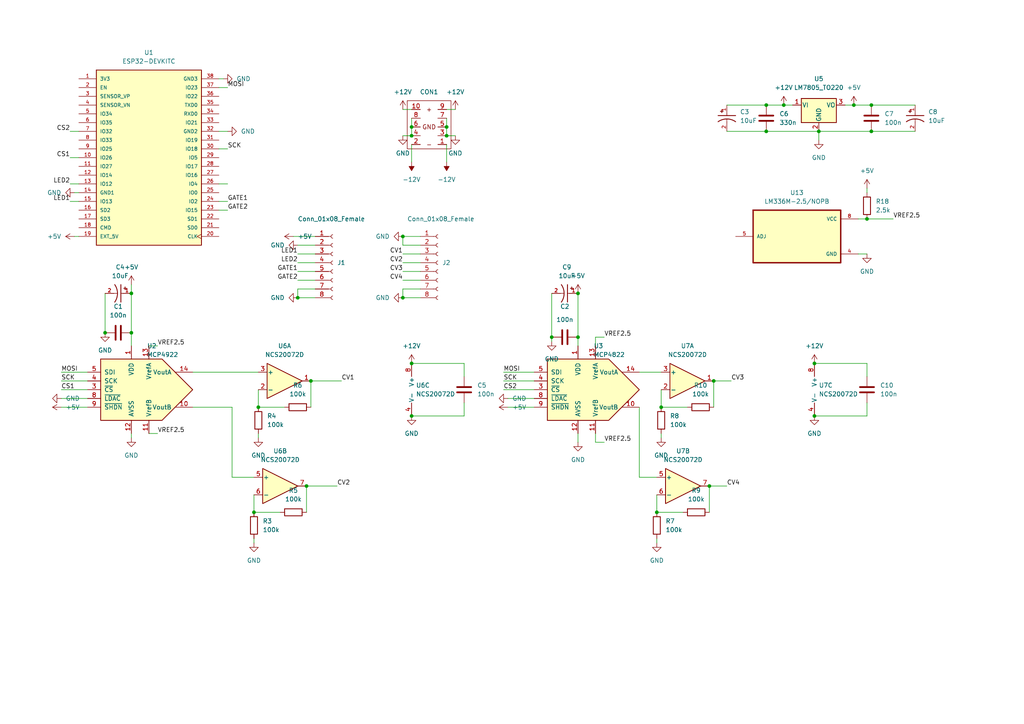
<source format=kicad_sch>
(kicad_sch (version 20211123) (generator eeschema)
  (paper "A4")
  (lib_symbols
    (symbol "Amplifier_Operational:NCS20072D" (pin_names (offset 0.127))
      (property "Reference" "U" (at 2.54 6.35 0))
      (property "Value" "NCS20072D" (at 2.54 3.81 0))
      (symbol "NCS20072D_1_1"
        (polyline (pts (xy 5.08 0) (xy -5.08 5.08) (xy -5.08 -5.08) (xy 5.08 0)) (stroke (width 0.254)) (fill (type background)))
        (pin output line (at 7.62 0 180) (length 2.54) (name "~") (number "1"))
        (pin input line (at -7.62 -2.54 0) (length 2.54) (name "-") (number "2"))
        (pin input line (at -7.62 2.54 0) (length 2.54) (name "+") (number "3"))
      )
      (symbol "NCS20072D_2_1"
        (polyline (pts (xy 5.08 0) (xy -5.08 5.08) (xy -5.08 -5.08) (xy 5.08 0)) (stroke (width 0.254)) (fill (type background)))
        (pin input line (at -7.62 2.54 0) (length 2.54) (name "+") (number "5"))
        (pin input line (at -7.62 -2.54 0) (length 2.54) (name "-") (number "6"))
        (pin output line (at 7.62 0 180) (length 2.54) (name "~") (number "7"))
      )
      (symbol "NCS20072D_3_1"
        (pin power_in line (at 0 -7.62 90) (length 3.81) (name "V-") (number "4"))
        (pin power_in line (at 0 7.62 270) (length 3.81) (name "V+") (number "8"))
      )
    )
    (symbol "Analog_DAC:MCP4922-ESL" (pin_names (offset 1.016))
      (property "Reference" "U" (at -10.16 10.16 0))
      (property "Value" "MCP4922-ESL" (at 3.81 10.16 0))
      (symbol "MCP4922-ESL_0_1"
        (polyline (pts (xy -11.43 8.89) (xy 6.35 8.89) (xy 15.24 0) (xy 6.35 -8.89) (xy -11.43 -8.89) (xy -11.43 8.89)) (stroke (width 0.254)) (fill (type background)))
      )
      (symbol "MCP4922-ESL_1_1"
        (pin power_in line (at -2.54 12.7 270) (length 3.81) (name "VDD") (number "1"))
        (pin passive line (at 15.24 -5.08 180) (length 5.08) (name "VoutB") (number "10"))
        (pin passive line (at 2.54 -12.7 90) (length 3.81) (name "VrefB") (number "11"))
        (pin power_in line (at -2.54 -12.7 90) (length 3.81) (name "AVSS") (number "12"))
        (pin passive line (at 2.54 12.7 270) (length 3.81) (name "VrefA") (number "13"))
        (pin passive line (at 15.24 5.08 180) (length 5.08) (name "VoutA") (number "14"))
        (pin no_connect line (at -5.08 -12.7 90) (length 2.54) hide (name "NC") (number "2"))
        (pin input line (at -15.24 0 0) (length 3.81) (name "~{CS}") (number "3"))
        (pin input line (at -15.24 2.54 0) (length 3.81) (name "SCK") (number "4"))
        (pin input line (at -15.24 5.08 0) (length 3.81) (name "SDI") (number "5"))
        (pin no_connect line (at -7.62 -12.7 90) (length 2.54) hide (name "NC") (number "6"))
        (pin no_connect line (at -10.16 -12.7 90) (length 2.54) hide (name "NC") (number "7"))
        (pin input line (at -15.24 -2.54 0) (length 3.81) (name "~{LDAC}") (number "8"))
        (pin input line (at -15.24 -5.08 0) (length 3.81) (name "~{SHDN}") (number "9"))
      )
    )
    (symbol "Connector:Conn_01x08_Female" (pin_names (offset 1.016) hide)
      (property "Reference" "J" (at 0 10.16 0))
      (property "Value" "Conn_01x08_Female" (at 0 -12.7 0))
      (symbol "Conn_01x08_Female_1_1"
        (arc (start 0 -9.652) (mid -0.508 -10.16) (end 0 -10.668) (stroke (width 0.1524)))
        (arc (start 0 -7.112) (mid -0.508 -7.62) (end 0 -8.128) (stroke (width 0.1524)))
        (arc (start 0 -4.572) (mid -0.508 -5.08) (end 0 -5.588) (stroke (width 0.1524)))
        (arc (start 0 -2.032) (mid -0.508 -2.54) (end 0 -3.048) (stroke (width 0.1524)))
        (polyline (pts (xy -1.27 -10.16) (xy -0.508 -10.16)) (stroke (width 0.1524)))
        (polyline (pts (xy -1.27 -7.62) (xy -0.508 -7.62)) (stroke (width 0.1524)))
        (polyline (pts (xy -1.27 -5.08) (xy -0.508 -5.08)) (stroke (width 0.1524)))
        (polyline (pts (xy -1.27 -2.54) (xy -0.508 -2.54)) (stroke (width 0.1524)))
        (polyline (pts (xy -1.27 0) (xy -0.508 0)) (stroke (width 0.1524)))
        (polyline (pts (xy -1.27 2.54) (xy -0.508 2.54)) (stroke (width 0.1524)))
        (polyline (pts (xy -1.27 5.08) (xy -0.508 5.08)) (stroke (width 0.1524)))
        (polyline (pts (xy -1.27 7.62) (xy -0.508 7.62)) (stroke (width 0.1524)))
        (arc (start 0 0.508) (mid -0.508 0) (end 0 -0.508) (stroke (width 0.1524)))
        (arc (start 0 3.048) (mid -0.508 2.54) (end 0 2.032) (stroke (width 0.1524)))
        (arc (start 0 5.588) (mid -0.508 5.08) (end 0 4.572) (stroke (width 0.1524)))
        (arc (start 0 8.128) (mid -0.508 7.62) (end 0 7.112) (stroke (width 0.1524)))
        (pin passive line (at -5.08 7.62 0) (length 3.81) (name "Pin_1") (number "1"))
        (pin passive line (at -5.08 5.08 0) (length 3.81) (name "Pin_2") (number "2"))
        (pin passive line (at -5.08 2.54 0) (length 3.81) (name "Pin_3") (number "3"))
        (pin passive line (at -5.08 0 0) (length 3.81) (name "Pin_4") (number "4"))
        (pin passive line (at -5.08 -2.54 0) (length 3.81) (name "Pin_5") (number "5"))
        (pin passive line (at -5.08 -5.08 0) (length 3.81) (name "Pin_6") (number "6"))
        (pin passive line (at -5.08 -7.62 0) (length 3.81) (name "Pin_7") (number "7"))
        (pin passive line (at -5.08 -10.16 0) (length 3.81) (name "Pin_8") (number "8"))
      )
    )
    (symbol "Device:C" (pin_numbers hide) (pin_names (offset 0.254))
      (property "Reference" "C" (at 0.635 2.54 0))
      (property "Value" "C" (at 0.635 -2.54 0))
      (symbol "C_0_1"
        (polyline (pts (xy -2.032 -0.762) (xy 2.032 -0.762)) (stroke (width 0.508)))
        (polyline (pts (xy -2.032 0.762) (xy 2.032 0.762)) (stroke (width 0.508)))
      )
      (symbol "C_1_1"
        (pin passive line (at 0 3.81 270) (length 2.794) (name "~") (number "1"))
        (pin passive line (at 0 -3.81 90) (length 2.794) (name "~") (number "2"))
      )
    )
    (symbol "Device:R" (pin_numbers hide) (pin_names (offset 0))
      (property "Reference" "R" (at 2.032 0 90))
      (property "Value" "R" (at 0 0 90))
      (symbol "R_0_1"
        (rectangle (start -1.016 -2.54) (end 1.016 2.54) (stroke (width 0.254)))
      )
      (symbol "R_1_1"
        (pin passive line (at 0 3.81 270) (length 1.27) (name "~") (number "1"))
        (pin passive line (at 0 -3.81 90) (length 1.27) (name "~") (number "2"))
      )
    )
    (symbol "EEEFN1E100R:EEEFN1E100R" (pin_names (offset 1.016))
      (property "Reference" "C" (at -2.54 3.81 0))
      (property "Value" "EEEFN1E100R" (at -2.54 -5.08 0))
      (symbol "EEEFN1E100R_0_0"
        (rectangle (start -1.173 -1.532) (end -0.284 -1.405) (stroke (width 0.1)) (fill (type outline)))
        (rectangle (start -0.792 -1.913) (end -0.665 -1.024) (stroke (width 0.1)) (fill (type outline)))
        (polyline (pts (xy 0 0) (xy 0.508 0)) (stroke (width 0.1524)))
        (polyline (pts (xy 0.508 0) (xy 0.508 -2.54)) (stroke (width 0.254)))
        (polyline (pts (xy 0.508 2.54) (xy 0.508 0)) (stroke (width 0.254)))
        (polyline (pts (xy 2.54 0) (xy 1.524 0)) (stroke (width 0.1524)))
        (arc (start 2.286 2.54) (mid 1.4851 0) (end 2.286 -2.54) (stroke (width 0.254)))
        (pin passive line (at -2.54 0 0) (length 2.54) (name "~") (number "1"))
        (pin passive line (at 5.08 0 180) (length 2.54) (name "~") (number "2"))
      )
    )
    (symbol "ESP32-DEVKITC:ESP32-DEVKITC" (pin_names (offset 1.016))
      (property "Reference" "U" (at -15.2572 26.0643 0))
      (property "Value" "ESP32-DEVKITC" (at -15.2563 -27.9698 0))
      (symbol "ESP32-DEVKITC_0_0"
        (rectangle (start -15.24 -25.4) (end 15.24 25.4) (stroke (width 0.254)) (fill (type background)))
        (pin power_in line (at -20.32 22.86 0) (length 5.08) (name "3V3") (number "1"))
        (pin bidirectional line (at -20.32 0 0) (length 5.08) (name "IO26") (number "10"))
        (pin bidirectional line (at -20.32 -2.54 0) (length 5.08) (name "IO27") (number "11"))
        (pin bidirectional line (at -20.32 -5.08 0) (length 5.08) (name "IO14") (number "12"))
        (pin bidirectional line (at -20.32 -7.62 0) (length 5.08) (name "IO12") (number "13"))
        (pin power_in line (at -20.32 -10.16 0) (length 5.08) (name "GND1") (number "14"))
        (pin bidirectional line (at -20.32 -12.7 0) (length 5.08) (name "IO13") (number "15"))
        (pin bidirectional line (at -20.32 -15.24 0) (length 5.08) (name "SD2") (number "16"))
        (pin bidirectional line (at -20.32 -17.78 0) (length 5.08) (name "SD3") (number "17"))
        (pin bidirectional line (at -20.32 -20.32 0) (length 5.08) (name "CMD") (number "18"))
        (pin power_in line (at -20.32 -22.86 0) (length 5.08) (name "EXT_5V") (number "19"))
        (pin input line (at -20.32 20.32 0) (length 5.08) (name "EN") (number "2"))
        (pin input clock (at 20.32 -22.86 180) (length 5.08) (name "CLK") (number "20"))
        (pin bidirectional line (at 20.32 -20.32 180) (length 5.08) (name "SD0") (number "21"))
        (pin bidirectional line (at 20.32 -17.78 180) (length 5.08) (name "SD1") (number "22"))
        (pin bidirectional line (at 20.32 -15.24 180) (length 5.08) (name "IO15") (number "23"))
        (pin bidirectional line (at 20.32 -12.7 180) (length 5.08) (name "IO2") (number "24"))
        (pin bidirectional line (at 20.32 -10.16 180) (length 5.08) (name "IO0") (number "25"))
        (pin bidirectional line (at 20.32 -7.62 180) (length 5.08) (name "IO4") (number "26"))
        (pin bidirectional line (at 20.32 -5.08 180) (length 5.08) (name "IO16") (number "27"))
        (pin bidirectional line (at 20.32 -2.54 180) (length 5.08) (name "IO17") (number "28"))
        (pin bidirectional line (at 20.32 0 180) (length 5.08) (name "IO5") (number "29"))
        (pin input line (at -20.32 17.78 0) (length 5.08) (name "SENSOR_VP") (number "3"))
        (pin bidirectional line (at 20.32 2.54 180) (length 5.08) (name "IO18") (number "30"))
        (pin bidirectional line (at 20.32 5.08 180) (length 5.08) (name "IO19") (number "31"))
        (pin power_in line (at 20.32 7.62 180) (length 5.08) (name "GND2") (number "32"))
        (pin bidirectional line (at 20.32 10.16 180) (length 5.08) (name "IO21") (number "33"))
        (pin input line (at 20.32 12.7 180) (length 5.08) (name "RXD0") (number "34"))
        (pin output line (at 20.32 15.24 180) (length 5.08) (name "TXD0") (number "35"))
        (pin bidirectional line (at 20.32 17.78 180) (length 5.08) (name "IO22") (number "36"))
        (pin bidirectional line (at 20.32 20.32 180) (length 5.08) (name "IO23") (number "37"))
        (pin power_in line (at 20.32 22.86 180) (length 5.08) (name "GND3") (number "38"))
        (pin input line (at -20.32 15.24 0) (length 5.08) (name "SENSOR_VN") (number "4"))
        (pin bidirectional line (at -20.32 12.7 0) (length 5.08) (name "IO34") (number "5"))
        (pin bidirectional line (at -20.32 10.16 0) (length 5.08) (name "IO35") (number "6"))
        (pin bidirectional line (at -20.32 7.62 0) (length 5.08) (name "IO32") (number "7"))
        (pin bidirectional line (at -20.32 5.08 0) (length 5.08) (name "IO33") (number "8"))
        (pin bidirectional line (at -20.32 2.54 0) (length 5.08) (name "IO25") (number "9"))
      )
    )
    (symbol "Extra Parts:EuroPow"
      (property "Reference" "CON" (at 0 5.08 0))
      (symbol "EuroPow_0_0"
        (rectangle (start -6.35 3.81) (end 6.35 -10.16))
        (text "+" (at 0 1.27 0) (effects (font (size 1.27 1.27))))
        (text "-" (at 0 -8.89 0) (effects (font (size 1.27 1.27))))
        (text "GND" (at 0 -3.81 0) (effects (font (size 1.27 1.27))))
      )
      (symbol "EuroPow_1_1"
        (pin output line (at 5.08 -8.89 180) (length 2.54) (name "") (number "1"))
        (pin output line (at -5.08 1.27 0) (length 2.54) (name "") (number "10"))
        (pin output line (at -5.08 -8.89 0) (length 2.54) (name "") (number "2"))
        (pin output line (at 5.08 -6.35 180) (length 2.54) (name "") (number "3"))
        (pin output line (at -5.08 -6.35 0) (length 2.54) (name "") (number "4"))
        (pin output line (at 5.08 -3.81 180) (length 2.54) (name "") (number "5"))
        (pin output line (at -5.08 -3.81 0) (length 2.54) (name "") (number "6"))
        (pin output line (at 5.08 -1.27 180) (length 2.54) (name "") (number "7"))
        (pin output line (at -5.08 -1.27 0) (length 2.54) (name "") (number "8"))
        (pin output line (at 5.08 1.27 180) (length 2.54) (name "") (number "9"))
      )
    )
    (symbol "LM336M-2.5_NOPB:LM336M-2.5{slash}NOPB" (pin_names (offset 1.016))
      (property "Reference" "U" (at -12.7 8.62 0))
      (property "Value" "LM336M-2.5{slash}NOPB" (at -12.7 -11.62 0))
      (symbol "LM336M-2.5{slash}NOPB_0_0"
        (rectangle (start -12.7 -7.62) (end 12.7 7.62) (stroke (width 0.41)) (fill (type background)))
        (pin power_in line (at 17.78 -5.08 180) (length 5.08) (name "GND") (number "4"))
        (pin input line (at -17.78 0 0) (length 5.08) (name "ADJ") (number "5"))
        (pin power_in line (at 17.78 5.08 180) (length 5.08) (name "VCC") (number "8"))
      )
    )
    (symbol "Regulator_Linear:LM7805_TO220" (pin_names (offset 0.254))
      (property "Reference" "U" (at -3.81 3.175 0))
      (property "Value" "LM7805_TO220" (at 0 3.175 0))
      (symbol "LM7805_TO220_0_1"
        (rectangle (start -5.08 1.905) (end 5.08 -5.08) (stroke (width 0.254)) (fill (type background)))
      )
      (symbol "LM7805_TO220_1_1"
        (pin power_in line (at -7.62 0 0) (length 2.54) (name "VI") (number "1"))
        (pin power_in line (at 0 -7.62 90) (length 2.54) (name "GND") (number "2"))
        (pin power_out line (at 7.62 0 180) (length 2.54) (name "VO") (number "3"))
      )
    )
    (symbol "power:+12V" (power) (pin_names (offset 0))
      (property "Value" "+12V" (at 0 3.556 0))
      (symbol "+12V_0_1"
        (polyline (pts (xy -0.762 1.27) (xy 0 2.54)))
        (polyline (pts (xy 0 0) (xy 0 2.54)))
        (polyline (pts (xy 0 2.54) (xy 0.762 1.27)))
      )
      (symbol "+12V_1_1"
        (pin power_in line (at 0 0 90) (length 0) hide (name "+12V") (number "1"))
      )
    )
    (symbol "power:+5V" (power) (pin_names (offset 0))
      (property "Value" "+5V" (at 0 3.556 0))
      (symbol "+5V_0_1"
        (polyline (pts (xy -0.762 1.27) (xy 0 2.54)))
        (polyline (pts (xy 0 0) (xy 0 2.54)))
        (polyline (pts (xy 0 2.54) (xy 0.762 1.27)))
      )
      (symbol "+5V_1_1"
        (pin power_in line (at 0 0 90) (length 0) hide (name "+5V") (number "1"))
      )
    )
    (symbol "power:-12V" (power) (pin_names (offset 0))
      (property "Value" "-12V" (at 0 3.81 0))
      (symbol "-12V_0_0"
        (pin power_in line (at 0 0 90) (length 0) hide (name "-12V") (number "1"))
      )
      (symbol "-12V_0_1"
        (polyline (pts (xy 0 0) (xy 0 1.27) (xy 0.762 1.27) (xy 0 2.54) (xy -0.762 1.27) (xy 0 1.27)) (fill (type outline)))
      )
    )
    (symbol "power:GND" (power) (pin_names (offset 0))
      (property "Value" "GND" (at 0 -3.81 0))
      (symbol "GND_0_1"
        (polyline (pts (xy 0 0) (xy 0 -1.27) (xy 1.27 -1.27) (xy 0 -2.54) (xy -1.27 -1.27) (xy 0 -1.27)))
      )
      (symbol "GND_1_1"
        (pin power_in line (at 0 0 270) (length 0) hide (name "GND") (number "1"))
      )
    )
  )
  (junction (at 160.02 97.79))
  (junction (at 38.1 85.09))
  (junction (at 251.46 63.5))
  (junction (at 252.73 30.48))
  (junction (at 119.38 39.37))
  (junction (at 236.22 105.41))
  (junction (at 129.54 36.83))
  (junction (at 119.38 36.83))
  (junction (at 116.84 86.36))
  (junction (at 247.65 30.48))
  (junction (at 207.01 110.49))
  (junction (at 74.93 118.11))
  (junction (at 190.5 148.59))
  (junction (at 252.73 38.1))
  (junction (at 116.84 68.58))
  (junction (at 222.25 30.48))
  (junction (at 191.77 118.11))
  (junction (at 90.17 110.49))
  (junction (at 167.64 97.79))
  (junction (at 205.74 140.97))
  (junction (at 236.22 120.65))
  (junction (at 30.48 96.52))
  (junction (at 119.38 120.65))
  (junction (at 119.38 105.41))
  (junction (at 227.33 30.48))
  (junction (at 129.54 39.37))
  (junction (at 88.9 140.97))
  (junction (at 222.25 38.1))
  (junction (at 237.49 38.1))
  (junction (at 73.66 148.59))
  (junction (at 38.1 96.52))
  (junction (at 86.36 86.36))
  (junction (at 167.64 85.09))
  (wire (pts (xy 119.38 36.83) (xy 119.38 39.37)))
  (wire (pts (xy 119.38 105.41) (xy 134.62 105.41)))
  (wire (pts (xy 63.5 25.4) (xy 66.04 25.4)))
  (wire (pts (xy 247.65 30.48) (xy 245.11 30.48)))
  (wire (pts (xy 190.5 138.43) (xy 185.42 138.43)))
  (wire (pts (xy 20.32 53.34) (xy 22.86 53.34)))
  (wire (pts (xy 30.48 85.09) (xy 30.48 96.52)))
  (wire (pts (xy 172.72 97.79) (xy 172.72 100.33)))
  (wire (pts (xy 129.54 34.29) (xy 129.54 36.83)))
  (wire (pts (xy 86.36 76.2) (xy 91.44 76.2)))
  (wire (pts (xy 222.25 38.1) (xy 237.49 38.1)))
  (wire (pts (xy 38.1 82.55) (xy 38.1 85.09)))
  (wire (pts (xy 129.54 31.75) (xy 132.08 31.75)))
  (wire (pts (xy 90.17 110.49) (xy 99.06 110.49)))
  (wire (pts (xy 38.1 96.52) (xy 38.1 100.33)))
  (wire (pts (xy 86.36 78.74) (xy 91.44 78.74)))
  (wire (pts (xy 67.31 138.43) (xy 73.66 138.43)))
  (wire (pts (xy 55.88 118.11) (xy 67.31 118.11)))
  (wire (pts (xy 116.84 86.36) (xy 121.92 86.36)))
  (wire (pts (xy 134.62 105.41) (xy 134.62 109.22)))
  (wire (pts (xy 185.42 107.95) (xy 191.77 107.95)))
  (wire (pts (xy 160.02 97.79) (xy 160.02 99.06)))
  (wire (pts (xy 147.32 115.57) (xy 154.94 115.57)))
  (wire (pts (xy 247.65 30.48) (xy 252.73 30.48)))
  (wire (pts (xy 116.84 83.82) (xy 116.84 86.36)))
  (wire (pts (xy 167.64 125.73) (xy 167.64 128.27)))
  (wire (pts (xy 185.42 118.11) (xy 185.42 138.43)))
  (wire (pts (xy 236.22 105.41) (xy 251.46 105.41)))
  (wire (pts (xy 116.84 71.12) (xy 121.92 71.12)))
  (wire (pts (xy 45.72 125.73) (xy 43.18 125.73)))
  (wire (pts (xy 237.49 40.64) (xy 237.49 38.1)))
  (wire (pts (xy 146.05 110.49) (xy 154.94 110.49)))
  (wire (pts (xy 63.5 53.34) (xy 66.04 53.34)))
  (wire (pts (xy 222.25 30.48) (xy 227.33 30.48)))
  (wire (pts (xy 38.1 127) (xy 38.1 125.73)))
  (wire (pts (xy 73.66 157.48) (xy 73.66 156.21)))
  (wire (pts (xy 237.49 38.1) (xy 252.73 38.1)))
  (wire (pts (xy 73.66 148.59) (xy 81.28 148.59)))
  (wire (pts (xy 63.5 60.96) (xy 66.04 60.96)))
  (wire (pts (xy 129.54 41.91) (xy 129.54 46.99)))
  (wire (pts (xy 119.38 41.91) (xy 119.38 46.99)))
  (wire (pts (xy 17.78 115.57) (xy 25.4 115.57)))
  (wire (pts (xy 74.93 127) (xy 74.93 125.73)))
  (wire (pts (xy 21.59 55.88) (xy 22.86 55.88)))
  (wire (pts (xy 116.84 73.66) (xy 121.92 73.66)))
  (wire (pts (xy 73.66 143.51) (xy 73.66 148.59)))
  (wire (pts (xy 172.72 128.27) (xy 175.26 128.27)))
  (wire (pts (xy 190.5 157.48) (xy 190.5 156.21)))
  (wire (pts (xy 45.72 100.33) (xy 43.18 100.33)))
  (wire (pts (xy 20.32 38.1) (xy 22.86 38.1)))
  (wire (pts (xy 251.46 54.61) (xy 251.46 55.88)))
  (wire (pts (xy 67.31 118.11) (xy 67.31 138.43)))
  (wire (pts (xy 134.62 120.65) (xy 134.62 116.84)))
  (wire (pts (xy 86.36 81.28) (xy 91.44 81.28)))
  (wire (pts (xy 227.33 30.48) (xy 229.87 30.48)))
  (wire (pts (xy 251.46 105.41) (xy 251.46 109.22)))
  (wire (pts (xy 63.5 58.42) (xy 66.04 58.42)))
  (wire (pts (xy 210.82 30.48) (xy 222.25 30.48)))
  (wire (pts (xy 116.84 68.58) (xy 116.84 71.12)))
  (wire (pts (xy 251.46 63.5) (xy 259.08 63.5)))
  (wire (pts (xy 116.84 31.75) (xy 119.38 31.75)))
  (wire (pts (xy 88.9 140.97) (xy 97.79 140.97)))
  (wire (pts (xy 55.88 107.95) (xy 74.93 107.95)))
  (wire (pts (xy 86.36 86.36) (xy 91.44 86.36)))
  (wire (pts (xy 17.78 110.49) (xy 25.4 110.49)))
  (wire (pts (xy 251.46 120.65) (xy 251.46 116.84)))
  (wire (pts (xy 160.02 85.09) (xy 160.02 97.79)))
  (wire (pts (xy 191.77 118.11) (xy 199.39 118.11)))
  (wire (pts (xy 20.32 45.72) (xy 22.86 45.72)))
  (wire (pts (xy 74.93 113.03) (xy 74.93 118.11)))
  (wire (pts (xy 116.84 76.2) (xy 121.92 76.2)))
  (wire (pts (xy 17.78 107.95) (xy 25.4 107.95)))
  (wire (pts (xy 116.84 78.74) (xy 121.92 78.74)))
  (wire (pts (xy 236.22 120.65) (xy 251.46 120.65)))
  (wire (pts (xy 17.78 113.03) (xy 25.4 113.03)))
  (wire (pts (xy 21.59 68.58) (xy 22.86 68.58)))
  (wire (pts (xy 248.92 73.66) (xy 251.46 73.66)))
  (wire (pts (xy 17.78 118.11) (xy 25.4 118.11)))
  (wire (pts (xy 191.77 113.03) (xy 191.77 118.11)))
  (wire (pts (xy 86.36 71.12) (xy 91.44 71.12)))
  (wire (pts (xy 38.1 85.09) (xy 38.1 96.52)))
  (wire (pts (xy 116.84 68.58) (xy 121.92 68.58)))
  (wire (pts (xy 207.01 110.49) (xy 207.01 118.11)))
  (wire (pts (xy 64.77 22.86) (xy 63.5 22.86)))
  (wire (pts (xy 90.17 110.49) (xy 90.17 118.11)))
  (wire (pts (xy 172.72 125.73) (xy 172.72 128.27)))
  (wire (pts (xy 116.84 39.37) (xy 119.38 39.37)))
  (wire (pts (xy 167.64 97.79) (xy 167.64 100.33)))
  (wire (pts (xy 63.5 38.1) (xy 66.04 38.1)))
  (wire (pts (xy 190.5 143.51) (xy 190.5 148.59)))
  (wire (pts (xy 116.84 83.82) (xy 121.92 83.82)))
  (wire (pts (xy 175.26 97.79) (xy 172.72 97.79)))
  (wire (pts (xy 190.5 148.59) (xy 198.12 148.59)))
  (wire (pts (xy 191.77 127) (xy 191.77 125.73)))
  (wire (pts (xy 129.54 36.83) (xy 129.54 39.37)))
  (wire (pts (xy 86.36 73.66) (xy 91.44 73.66)))
  (wire (pts (xy 119.38 120.65) (xy 134.62 120.65)))
  (wire (pts (xy 20.32 58.42) (xy 22.86 58.42)))
  (wire (pts (xy 86.36 83.82) (xy 86.36 86.36)))
  (wire (pts (xy 116.84 81.28) (xy 121.92 81.28)))
  (wire (pts (xy 74.93 118.11) (xy 82.55 118.11)))
  (wire (pts (xy 146.05 107.95) (xy 154.94 107.95)))
  (wire (pts (xy 252.73 38.1) (xy 265.43 38.1)))
  (wire (pts (xy 207.01 110.49) (xy 212.09 110.49)))
  (wire (pts (xy 85.09 68.58) (xy 91.44 68.58)))
  (wire (pts (xy 205.74 140.97) (xy 210.82 140.97)))
  (wire (pts (xy 86.36 83.82) (xy 91.44 83.82)))
  (wire (pts (xy 210.82 38.1) (xy 222.25 38.1)))
  (wire (pts (xy 167.64 85.09) (xy 167.64 97.79)))
  (wire (pts (xy 63.5 43.18) (xy 66.04 43.18)))
  (wire (pts (xy 147.32 118.11) (xy 154.94 118.11)))
  (wire (pts (xy 252.73 30.48) (xy 265.43 30.48)))
  (wire (pts (xy 146.05 113.03) (xy 154.94 113.03)))
  (wire (pts (xy 119.38 34.29) (xy 119.38 36.83)))
  (wire (pts (xy 88.9 140.97) (xy 88.9 148.59)))
  (wire (pts (xy 251.46 63.5) (xy 248.92 63.5)))
  (wire (pts (xy 205.74 140.97) (xy 205.74 148.59)))
  (wire (pts (xy 129.54 39.37) (xy 132.08 39.37)))
  (label "CV4" (at 116.84 81.28 180))
  (label "CS1" (at 17.78 113.03 0))
  (label "MOSI" (at 146.05 107.95 0))
  (label "VREF2.5" (at 175.26 97.79 0))
  (label "CS2" (at 146.05 113.03 0))
  (label "GATE1" (at 66.04 58.42 0))
  (label "MOSI" (at 66.04 25.4 0))
  (label "CV3" (at 116.84 78.74 180))
  (label "LED1" (at 86.36 73.66 180))
  (label "VREF2.5" (at 259.08 63.5 0))
  (label "CV3" (at 212.09 110.49 0))
  (label "CV2" (at 116.84 76.2 180))
  (label "VREF2.5" (at 45.72 100.33 0))
  (label "CV4" (at 210.82 140.97 0))
  (label "SCK" (at 146.05 110.49 0))
  (label "SCK" (at 66.04 43.18 0))
  (label "CS2" (at 20.32 38.1 180))
  (label "LED1" (at 20.32 58.42 180))
  (label "CV1" (at 116.84 73.66 180))
  (label "GATE2" (at 66.04 60.96 0))
  (label "SCK" (at 17.78 110.49 0))
  (label "LED2" (at 20.32 53.34 180))
  (label "CV2" (at 97.79 140.97 0))
  (label "LED2" (at 86.36 76.2 180))
  (label "VREF2.5" (at 45.72 125.73 0))
  (label "VREF2.5" (at 175.26 128.27 0))
  (label "CV1" (at 99.06 110.49 0))
  (label "CS1" (at 20.32 45.72 180))
  (label "GATE2" (at 86.36 81.28 180))
  (label "MOSI" (at 17.78 107.95 0))
  (label "GATE1" (at 86.36 78.74 180))
  (symbol (lib_id "power:+5V") (at 38.1 82.55 0) (unit 1)
    (property "Reference" "#PWR0120" (effects hide))
    (property "Value" "+5V" (at 38.1 77.47 0))
  )
  (symbol (lib_id "power:GND") (at 167.64 128.27 0) (unit 1)
    (property "Reference" "#PWR0116" (effects hide))
    (property "Value" "GND" (at 167.64 133.35 0))
  )
  (symbol (lib_id "power:GND") (at 190.5 157.48 0) (unit 1)
    (property "Reference" "#PWR0137" (effects hide))
    (property "Value" "GND" (at 190.5 162.56 0))
  )
  (symbol (lib_id "power:GND") (at 116.84 86.36 270) (unit 1)
    (property "Reference" "#PWR0125" (effects hide))
    (property "Value" "GND" (at 113.03 86.3599 90) (effects (justify right)))
  )
  (symbol (lib_id "power:GND") (at 116.84 39.37 0) (unit 1)
    (property "Reference" "#PWR0109" (effects hide))
    (property "Value" "GND" (at 116.84 44.45 0))
  )
  (symbol (lib_id "power:GND") (at 74.93 127 0) (unit 1)
    (property "Reference" "#PWR0134" (effects hide))
    (property "Value" "GND" (at 74.93 132.08 0))
  )
  (symbol (lib_id "power:GND") (at 21.59 55.88 270) (unit 1)
    (property "Reference" "#PWR0101" (effects hide))
    (property "Value" "GND" (at 17.78 55.8799 90) (effects (justify right)))
  )
  (symbol (lib_id "ESP32-DEVKITC:ESP32-DEVKITC") (at 43.18 45.72 0) (unit 1)
    (property "Reference" "U1" (at 43.18 15.24 0))
    (property "Value" "ESP32-DEVKITC" (at 43.18 17.78 0))
    (property "Footprint" "Extra Parts:MODULE_ESP32-DEVKITC" (effects hide))
    (property "MANUFACTURER" "ESPRESSIF" (effects hide))
    (property "PARTREV" "N/A" (effects hide))
    (property "STANDARD" "Manufacturer Recommendations" (effects hide))
  )
  (symbol (lib_id "Amplifier_Operational:NCS20072D") (at 81.28 140.97 0) (unit 2)
    (property "Reference" "U6" (at 81.28 130.81 0))
    (property "Value" "NCS20072D" (at 81.28 133.35 0))
    (property "Footprint" "Package_SO:SOIC-8_3.9x4.9mm_P1.27mm" (effects hide))
    (property "Datasheet" "https://www.onsemi.com/pub/Collateral/NCS20071-D.PDF" (effects hide))
  )
  (symbol (lib_id "EEEFN1E100R:EEEFN1E100R") (at 210.82 33.02 270) (unit 1)
    (property "Reference" "C3" (at 214.63 32.4465 90) (effects (justify left)))
    (property "Value" "10uF" (at 214.63 34.9865 90) (effects (justify left)))
    (property "Footprint" "Extra Parts:CAP_EEEFN1E100R" (effects hide))
    (property "MAXIMUM_PACKAGE_HEIGHT" "5.8mm" (effects hide))
    (property "MANUFACTURER" "Panasonic" (effects hide))
    (property "PARTREV" "10-Oct-19" (effects hide))
    (property "STANDARD" "Manufacturer Recommendations" (effects hide))
  )
  (symbol (lib_id "power:+12V") (at 116.84 31.75 0) (unit 1)
    (property "Reference" "#PWR0114" (effects hide))
    (property "Value" "+12V" (at 116.84 26.67 0))
  )
  (symbol (lib_id "Device:R") (at 85.09 148.59 90) (unit 1)
    (property "Reference" "R5" (at 85.09 142.24 90))
    (property "Value" "100k" (at 85.09 144.78 90))
    (property "Footprint" "Resistor_SMD:R_0805_2012Metric_Pad1.20x1.40mm_HandSolder" (effects hide))
  )
  (symbol (lib_id "EEEFN1E100R:EEEFN1E100R") (at 35.56 85.09 180) (unit 1)
    (property "Reference" "C4" (at 34.8634 77.47 0))
    (property "Value" "10uF" (at 34.8634 80.01 0))
    (property "Footprint" "Extra Parts:CAP_EEEFN1E100R" (effects hide))
    (property "MAXIMUM_PACKAGE_HEIGHT" "5.8mm" (effects hide))
    (property "MANUFACTURER" "Panasonic" (effects hide))
    (property "PARTREV" "10-Oct-19" (effects hide))
    (property "STANDARD" "Manufacturer Recommendations" (effects hide))
  )
  (symbol (lib_id "power:+5V") (at 147.32 118.11 90) (unit 1)
    (property "Reference" "#PWR0129" (effects hide))
    (property "Value" "+5V" (at 148.59 118.1099 90) (effects (justify right)))
  )
  (symbol (lib_id "power:+5V") (at 247.65 30.48 0) (unit 1)
    (property "Reference" "#PWR0112" (effects hide))
    (property "Value" "+5V" (at 247.65 25.4 0))
  )
  (symbol (lib_id "Amplifier_Operational:NCS20072D") (at 199.39 110.49 0) (unit 1)
    (property "Reference" "U7" (at 199.39 100.33 0))
    (property "Value" "NCS20072D" (at 199.39 102.87 0))
    (property "Footprint" "Package_SO:SOIC-8_3.9x4.9mm_P1.27mm" (effects hide))
    (property "Datasheet" "https://www.onsemi.com/pub/Collateral/NCS20071-D.PDF" (effects hide))
  )
  (symbol (lib_id "Amplifier_Operational:NCS20072D") (at 236.22 113.03 0) (unit 3)
    (property "Reference" "U7" (at 237.49 111.7599 0) (effects (justify left)))
    (property "Value" "NCS20072D" (at 237.49 114.2999 0) (effects (justify left)))
    (property "Footprint" "Package_SO:SOIC-8_3.9x4.9mm_P1.27mm" (effects hide))
    (property "Datasheet" "https://www.onsemi.com/pub/Collateral/NCS20071-D.PDF" (effects hide))
  )
  (symbol (lib_id "Connector:Conn_01x08_Female") (at 127 76.2 0) (unit 1)
    (property "Reference" "J2" (at 128.27 76.1999 0) (effects (justify left)))
    (property "Value" "Conn_01x08_Female" (at 118.11 63.5 0) (effects (justify left)))
    (property "Footprint" "Connector_PinSocket_2.54mm:PinSocket_1x08_P2.54mm_Vertical" (effects hide))
  )
  (symbol (lib_id "power:+5V") (at 17.78 118.11 90) (unit 1)
    (property "Reference" "#PWR0133" (effects hide))
    (property "Value" "+5V" (at 19.05 118.1099 90) (effects (justify right)))
  )
  (symbol (lib_id "Device:C") (at 34.29 96.52 90) (unit 1)
    (property "Reference" "C1" (at 34.29 88.9 90))
    (property "Value" "100n" (at 34.29 91.44 90))
    (property "Footprint" "Capacitor_SMD:C_0805_2012Metric_Pad1.18x1.45mm_HandSolder" (effects hide))
  )
  (symbol (lib_id "EEEFN1E100R:EEEFN1E100R") (at 265.43 33.02 270) (unit 1)
    (property "Reference" "C8" (at 269.24 32.4465 90) (effects (justify left)))
    (property "Value" "10uF" (at 269.24 34.9865 90) (effects (justify left)))
    (property "Footprint" "Extra Parts:CAP_EEEFN1E100R" (effects hide))
    (property "MAXIMUM_PACKAGE_HEIGHT" "5.8mm" (effects hide))
    (property "MANUFACTURER" "Panasonic" (effects hide))
    (property "PARTREV" "10-Oct-19" (effects hide))
    (property "STANDARD" "Manufacturer Recommendations" (effects hide))
  )
  (symbol (lib_id "power:GND") (at 251.46 73.66 0) (unit 1)
    (property "Reference" "#PWR0115" (effects hide))
    (property "Value" "GND" (at 251.46 78.74 0))
  )
  (symbol (lib_id "Device:R") (at 201.93 148.59 90) (unit 1)
    (property "Reference" "R9" (at 201.93 142.24 90))
    (property "Value" "100k" (at 201.93 144.78 90))
    (property "Footprint" "Resistor_SMD:R_0805_2012Metric_Pad1.20x1.40mm_HandSolder" (effects hide))
  )
  (symbol (lib_id "Device:R") (at 203.2 118.11 270) (unit 1)
    (property "Reference" "R10" (at 203.2 111.76 90))
    (property "Value" "100k" (at 203.2 114.3 90))
    (property "Footprint" "Resistor_SMD:R_0805_2012Metric_Pad1.20x1.40mm_HandSolder" (effects hide))
  )
  (symbol (lib_id "Amplifier_Operational:NCS20072D") (at 198.12 140.97 0) (unit 2)
    (property "Reference" "U7" (at 198.12 130.81 0))
    (property "Value" "NCS20072D" (at 198.12 133.35 0))
    (property "Footprint" "Package_SO:SOIC-8_3.9x4.9mm_P1.27mm" (effects hide))
    (property "Datasheet" "https://www.onsemi.com/pub/Collateral/NCS20071-D.PDF" (effects hide))
  )
  (symbol (lib_id "Device:R") (at 251.46 59.69 180) (unit 1)
    (property "Reference" "R18" (at 254 58.4199 0) (effects (justify right)))
    (property "Value" "2.5k" (at 254 60.9599 0) (effects (justify right)))
    (property "Footprint" "Resistor_SMD:R_0805_2012Metric_Pad1.20x1.40mm_HandSolder" (effects hide))
  )
  (symbol (lib_id "power:+12V") (at 132.08 31.75 0) (unit 1)
    (property "Reference" "#PWR0128" (effects hide))
    (property "Value" "+12V" (at 132.08 26.67 0))
  )
  (symbol (lib_id "power:GND") (at 86.36 71.12 270) (unit 1)
    (property "Reference" "#PWR0102" (effects hide))
    (property "Value" "GND" (at 82.55 71.1199 90) (effects (justify right)))
  )
  (symbol (lib_id "power:GND") (at 73.66 157.48 0) (unit 1)
    (property "Reference" "#PWR0135" (effects hide))
    (property "Value" "GND" (at 73.66 162.56 0))
  )
  (symbol (lib_id "Amplifier_Operational:NCS20072D") (at 119.38 113.03 0) (unit 3)
    (property "Reference" "U6" (at 120.65 111.7599 0) (effects (justify left)))
    (property "Value" "NCS20072D" (at 120.65 114.2999 0) (effects (justify left)))
    (property "Footprint" "Package_SO:SOIC-8_3.9x4.9mm_P1.27mm" (effects hide))
    (property "Datasheet" "https://www.onsemi.com/pub/Collateral/NCS20071-D.PDF" (effects hide))
  )
  (symbol (lib_id "power:GND") (at 237.49 40.64 0) (unit 1)
    (property "Reference" "#PWR0111" (effects hide))
    (property "Value" "GND" (at 237.49 45.72 0))
  )
  (symbol (lib_id "Amplifier_Operational:NCS20072D") (at 82.55 110.49 0) (unit 1)
    (property "Reference" "U6" (at 82.55 100.33 0))
    (property "Value" "NCS20072D" (at 82.55 102.87 0))
    (property "Footprint" "Package_SO:SOIC-8_3.9x4.9mm_P1.27mm" (effects hide))
    (property "Datasheet" "https://www.onsemi.com/pub/Collateral/NCS20071-D.PDF" (effects hide))
  )
  (symbol (lib_id "power:+5V") (at 85.09 68.58 90) (unit 1)
    (property "Reference" "#PWR0127" (effects hide))
    (property "Value" "+5V" (at 86.36 68.5799 90) (effects (justify right)))
  )
  (symbol (lib_id "Device:R") (at 73.66 152.4 0) (unit 1)
    (property "Reference" "R3" (at 76.2 151.1299 0) (effects (justify left)))
    (property "Value" "100k" (at 76.2 153.6699 0) (effects (justify left)))
    (property "Footprint" "Resistor_SMD:R_0805_2012Metric_Pad1.20x1.40mm_HandSolder" (effects hide))
  )
  (symbol (lib_id "power:GND") (at 64.77 22.86 90) (unit 1)
    (property "Reference" "#PWR0141" (effects hide))
    (property "Value" "GND" (at 68.58 22.8601 90) (effects (justify right)))
  )
  (symbol (lib_id "power:+5V") (at 167.64 85.09 0) (unit 1)
    (property "Reference" "#PWR0122" (effects hide))
    (property "Value" "+5V" (at 167.64 80.01 0))
  )
  (symbol (lib_id "Device:C") (at 252.73 34.29 0) (unit 1)
    (property "Reference" "C7" (at 256.54 33.0199 0) (effects (justify left)))
    (property "Value" "100n" (at 256.54 35.5599 0) (effects (justify left)))
    (property "Footprint" "Capacitor_SMD:C_0805_2012Metric_Pad1.18x1.45mm_HandSolder" (effects hide))
  )
  (symbol (lib_id "power:GND") (at 38.1 127 0) (unit 1)
    (property "Reference" "#PWR0121" (effects hide))
    (property "Value" "GND" (at 38.1 132.08 0))
  )
  (symbol (lib_id "Connector:Conn_01x08_Female") (at 96.52 76.2 0) (unit 1)
    (property "Reference" "J1" (at 97.79 76.1999 0) (effects (justify left)))
    (property "Value" "Conn_01x08_Female" (at 86.36 63.5 0) (effects (justify left)))
    (property "Footprint" "Connector_PinSocket_2.54mm:PinSocket_1x08_P2.54mm_Vertical" (effects hide))
  )
  (symbol (lib_id "Regulator_Linear:LM7805_TO220") (at 237.49 30.48 0) (unit 1)
    (property "Reference" "U5" (at 237.49 22.86 0))
    (property "Value" "LM7805_TO220" (at 237.49 25.4 0))
    (property "Footprint" "Package_TO_SOT_THT:TO-220-3_Vertical" (effects hide))
    (property "Datasheet" "https://www.onsemi.cn/PowerSolutions/document/MC7800-D.PDF" (effects hide))
  )
  (symbol (lib_id "power:-12V") (at 129.54 46.99 180) (unit 1)
    (property "Reference" "#PWR0105" (effects hide))
    (property "Value" "-12V" (at 129.54 52.07 0))
  )
  (symbol (lib_id "Device:C") (at 222.25 34.29 0) (unit 1)
    (property "Reference" "C6" (at 226.06 33.0199 0) (effects (justify left)))
    (property "Value" "330n" (at 226.06 35.5599 0) (effects (justify left)))
    (property "Footprint" "Capacitor_SMD:C_0805_2012Metric_Pad1.18x1.45mm_HandSolder" (effects hide))
  )
  (symbol (lib_id "Device:R") (at 191.77 121.92 0) (unit 1)
    (property "Reference" "R8" (at 194.31 120.6499 0) (effects (justify left)))
    (property "Value" "100k" (at 194.31 123.1899 0) (effects (justify left)))
    (property "Footprint" "Resistor_SMD:R_0805_2012Metric_Pad1.20x1.40mm_HandSolder" (effects hide))
  )
  (symbol (lib_id "Device:C") (at 134.62 113.03 0) (unit 1)
    (property "Reference" "C5" (at 138.43 111.7599 0) (effects (justify left)))
    (property "Value" "100n" (at 138.43 114.2999 0) (effects (justify left)))
    (property "Footprint" "Capacitor_SMD:C_0805_2012Metric_Pad1.18x1.45mm_HandSolder" (effects hide))
  )
  (symbol (lib_id "power:GND") (at 132.08 39.37 0) (unit 1)
    (property "Reference" "#PWR0113" (effects hide))
    (property "Value" "GND" (at 132.08 44.45 0))
  )
  (symbol (lib_id "power:+5V") (at 21.59 68.58 90) (unit 1)
    (property "Reference" "#PWR0103" (effects hide))
    (property "Value" "+5V" (at 17.78 68.5799 90) (effects (justify left)))
  )
  (symbol (lib_id "power:GND") (at 116.84 68.58 270) (unit 1)
    (property "Reference" "#PWR0108" (effects hide))
    (property "Value" "GND" (at 113.03 68.5799 90) (effects (justify right)))
  )
  (symbol (lib_id "power:GND") (at 160.02 99.06 0) (unit 1)
    (property "Reference" "#PWR0117" (effects hide))
    (property "Value" "GND" (at 160.02 104.14 0))
  )
  (symbol (lib_id "Device:R") (at 190.5 152.4 0) (unit 1)
    (property "Reference" "R7" (at 193.04 151.1299 0) (effects (justify left)))
    (property "Value" "100k" (at 193.04 153.6699 0) (effects (justify left)))
    (property "Footprint" "Resistor_SMD:R_0805_2012Metric_Pad1.20x1.40mm_HandSolder" (effects hide))
  )
  (symbol (lib_id "power:GND") (at 17.78 115.57 270) (unit 1)
    (property "Reference" "#PWR0118" (effects hide))
    (property "Value" "GND" (at 19.05 115.57 90) (effects (justify left)))
  )
  (symbol (lib_id "power:GND") (at 191.77 127 0) (unit 1)
    (property "Reference" "#PWR0136" (effects hide))
    (property "Value" "GND" (at 191.77 132.08 0))
  )
  (symbol (lib_id "Extra Parts:EuroPow") (at 124.46 33.02 0) (unit 1)
    (property "Reference" "CON1" (at 124.46 26.67 0))
    (property "Value" "EuroPow" (effects hide))
    (property "Footprint" "MusicThingModular:EURO_POWER_HEADER" (effects hide))
  )
  (symbol (lib_id "power:+5V") (at 251.46 54.61 0) (unit 1)
    (property "Reference" "#PWR0106" (effects hide))
    (property "Value" "+5V" (at 251.46 49.53 0))
  )
  (symbol (lib_id "power:GND") (at 30.48 96.52 0) (unit 1)
    (property "Reference" "#PWR0119" (effects hide))
    (property "Value" "GND" (at 30.48 101.6 0))
  )
  (symbol (lib_id "power:GND") (at 119.38 120.65 0) (unit 1)
    (property "Reference" "#PWR0132" (effects hide))
    (property "Value" "GND" (at 119.38 125.73 0))
  )
  (symbol (lib_id "Analog_DAC:MCP4922-ESL") (at 170.18 113.03 0) (unit 1)
    (property "Reference" "U3" (at 172.1994 100.33 0) (effects (justify left)))
    (property "Value" "MCP4822" (at 172.1994 102.87 0) (effects (justify left)))
    (property "Footprint" "Extra Parts:SOIC127P600X175-14N" (effects hide))
    (property "Datasheet" "http://ww1.microchip.com/downloads/en/devicedoc/21897a.pdf" (effects hide))
  )
  (symbol (lib_id "Device:C") (at 163.83 97.79 90) (unit 1)
    (property "Reference" "C2" (at 163.83 88.9 90))
    (property "Value" "100n" (at 163.83 92.71 90))
    (property "Footprint" "Capacitor_SMD:C_0805_2012Metric_Pad1.18x1.45mm_HandSolder" (effects hide))
  )
  (symbol (lib_id "power:+12V") (at 119.38 105.41 0) (unit 1)
    (property "Reference" "#PWR0130" (effects hide))
    (property "Value" "+12V" (at 119.38 100.33 0))
  )
  (symbol (lib_id "LM336M-2.5_NOPB:LM336M-2.5{slash}NOPB") (at 231.14 68.58 0) (unit 1)
    (property "Reference" "U13" (at 231.14 55.88 0))
    (property "Value" "LM336M-2.5/NOPB" (at 231.14 58.42 0))
    (property "Footprint" "Extra Parts:SOIC127P599X175-8N" (effects hide))
  )
  (symbol (lib_id "Device:R") (at 86.36 118.11 270) (unit 1)
    (property "Reference" "R6" (at 86.36 111.76 90))
    (property "Value" "100k" (at 86.36 114.3 90))
    (property "Footprint" "Resistor_SMD:R_0805_2012Metric_Pad1.20x1.40mm_HandSolder" (effects hide))
  )
  (symbol (lib_id "Device:R") (at 74.93 121.92 0) (unit 1)
    (property "Reference" "R4" (at 77.47 120.6499 0) (effects (justify left)))
    (property "Value" "100k" (at 77.47 123.1899 0) (effects (justify left)))
    (property "Footprint" "Resistor_SMD:R_0805_2012Metric_Pad1.20x1.40mm_HandSolder" (effects hide))
  )
  (symbol (lib_id "power:-12V") (at 119.38 46.99 180) (unit 1)
    (property "Reference" "#PWR0104" (effects hide))
    (property "Value" "-12V" (at 119.38 52.07 0))
  )
  (symbol (lib_id "power:GND") (at 147.32 115.57 270) (unit 1)
    (property "Reference" "#PWR0107" (effects hide))
    (property "Value" "GND" (at 148.59 115.5699 90) (effects (justify left)))
  )
  (symbol (lib_id "Analog_DAC:MCP4922-ESL") (at 40.64 113.03 0) (unit 1)
    (property "Reference" "U2" (at 42.6594 100.33 0) (effects (justify left)))
    (property "Value" "MCP4922" (at 42.6594 102.87 0) (effects (justify left)))
    (property "Footprint" "Extra Parts:SOIC127P600X175-14N" (effects hide))
    (property "Datasheet" "http://ww1.microchip.com/downloads/en/devicedoc/21897a.pdf" (effects hide))
  )
  (symbol (lib_id "power:+12V") (at 236.22 105.41 0) (unit 1)
    (property "Reference" "#PWR0123" (effects hide))
    (property "Value" "+12V" (at 236.22 100.33 0))
  )
  (symbol (lib_id "Device:C") (at 251.46 113.03 0) (unit 1)
    (property "Reference" "C10" (at 255.27 111.7599 0) (effects (justify left)))
    (property "Value" "100n" (at 255.27 114.2999 0) (effects (justify left)))
    (property "Footprint" "Capacitor_SMD:C_0805_2012Metric_Pad1.18x1.45mm_HandSolder" (effects hide))
  )
  (symbol (lib_id "EEEFN1E100R:EEEFN1E100R") (at 165.1 85.09 180) (unit 1)
    (property "Reference" "C9" (at 164.4034 77.47 0))
    (property "Value" "10uF" (at 164.4034 80.01 0))
    (property "Footprint" "Extra Parts:CAP_EEEFN1E100R" (effects hide))
    (property "MAXIMUM_PACKAGE_HEIGHT" "5.8mm" (effects hide))
    (property "MANUFACTURER" "Panasonic" (effects hide))
    (property "PARTREV" "10-Oct-19" (effects hide))
    (property "STANDARD" "Manufacturer Recommendations" (effects hide))
  )
  (symbol (lib_id "power:+12V") (at 227.33 30.48 0) (unit 1)
    (property "Reference" "#PWR0110" (effects hide))
    (property "Value" "+12V" (at 227.33 25.4 0))
  )
  (symbol (lib_id "power:GND") (at 66.04 38.1 90) (unit 1)
    (property "Reference" "#PWR0142" (effects hide))
    (property "Value" "GND" (at 69.85 38.1001 90) (effects (justify right)))
  )
  (symbol (lib_id "power:GND") (at 236.22 120.65 0) (unit 1)
    (property "Reference" "#PWR0124" (effects hide))
    (property "Value" "GND" (at 236.22 125.73 0))
  )
  (symbol (lib_id "power:GND") (at 86.36 86.36 270) (unit 1)
    (property "Reference" "#PWR0126" (effects hide))
    (property "Value" "GND" (at 82.55 86.3599 90) (effects (justify right)))
  )
)
</source>
